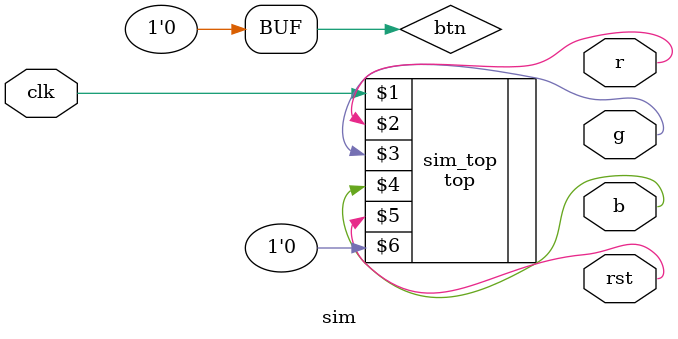
<source format=v>
/* Copyright 2020 Chris Marc Dailey (cmd) <nitz@users.noreply.github.com> */
`default_nettype none

/*
 *  A small simulation test harness.
 */

module sim (
	input clk,
	output r,
	output g,
	output b,
	output rst
);
	reg btn = 0;
	top sim_top(clk, r, g, b, rst, btn);
endmodule

</source>
